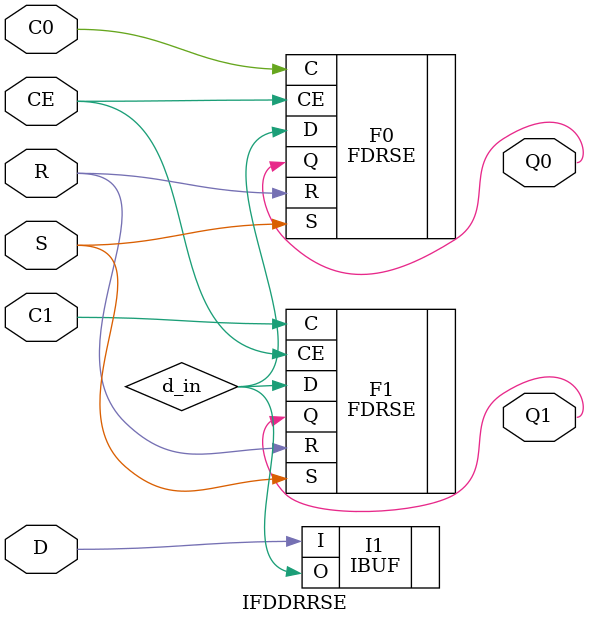
<source format=v>

/*

FUNCTION	: Dual Data Rate input D-FLIP-FLOP with sync reset, sync set and clock enable

*/

`timescale  1 ps / 1 ps

module IFDDRRSE (Q0, Q1, C0, C1, CE, D, R, S);

    output Q0, Q1;

    input  C0, C1, CE, D, R, S;

    wire   d_in;

    IBUF I1 (.I(D),
	.O(d_in));

    FDRSE F0 (.C(C0),
	.CE(CE),
	.R(R),
	.D(d_in),
	.S(S),
	.Q(Q0));
    defparam F0.INIT = 1'b0;

    FDRSE F1 (.C(C1),
	.CE(CE),
	.R(R),
	.D(d_in),
	.S(S),
	.Q(Q1));
    defparam F1.INIT = "0";

endmodule

</source>
